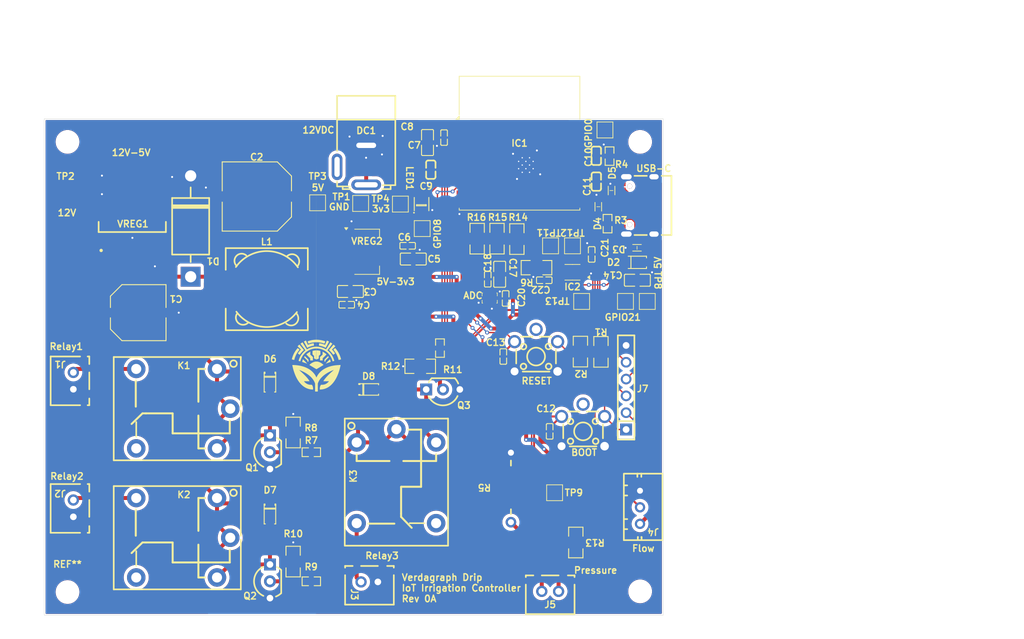
<source format=kicad_pcb>
(kicad_pcb (version 20241229) (generator "pcbnew") (generator_version "9.0")
  (layers (0 "F.Cu" signal) (2 "B.Cu" signal) (13 "F.Paste" user) (15 "B.Paste" user) (5 "F.SilkS" user "F.Silkscreen") (7 "B.SilkS" user "B.Silkscreen") (1 "F.Mask" user) (3 "B.Mask" user) (25 "Edge.Cuts" user))
  (net 0 "")
  (net 1 "GND")
  (net 2 "+12V")
  (net 3 "+5V")
  (net 4 "+3.3V")
  (net 5 "CHIP_PU")
  (net 6 "D+")
  (net 7 "D-")
  (net 8 "GPIO9")
  (net 9 "Net-(D1-K)")
  (net 10 "Net-(D2-A)")
  (net 11 "Net-(D6-A)")
  (net 12 "Net-(D7-A)")
  (net 13 "Net-(D8-A)")
  (net 15 "SDA")
  (net 16 "Relay2")
  (net 17 "Relay1")
  (net 18 "SCLK")
  (net 19 "RGB")
  (net 20 "Relay3")
  (net 21 "Flow Sensor Enable")
  (net 22 "Flow Sensor Data")
  (net 23 "Net-(IC2-B2)")
  (net 24 "Net-(IC2-B1)")
  (net 25 "Net-(IC2-A2)")
  (net 30 "Net-(Q1-B)")
  (net 31 "Net-(Q2-B)")
  (net 32 "Net-(Q3-B)")
  (net 33 "Net-(USBC1-CC1)")
  (net 34 "Net-(USBC1-CC2)")
  (net 37 "Net-(J1-Pin_1)")
  (net 38 "Net-(J2-Pin_1)")
  (net 39 "Net-(J3-Pin_1)")
  (net 40 "Net-(J5-Pin_2)")
  (net 41 "Net-(IC1-IO8)")
  (net 42 "IO21")
  (net 43 "Pressure Sensor Voltage")
  (net 44 "Net-(IC1-IO0)")
  (net 45 "ADC Alert")
  (footprint "TestPoint:TestPoint_Pad_2.0x2.0mm" (layer "F.Cu") (at 193.08 89.1)
    (property "Reference" "GPIO21")
    (property "Value" "~")
  )
  (footprint "easyeda2kicad:R1206" (layer "F.Cu") (at 179.645 84)
    (property "Reference" "R6")
    (property "Value" "10000")
  )
  (footprint "easyeda2kicad:CONN-TH_B2B-XH-A-LF-SN" (layer "F.Cu") (at 154.41 131.4725 180)
    (property "Reference" "J3")
    (property "Value" "Conn_01x02_Socket")
  )
  (footprint "TestPoint:TestPoint_Pad_2.0x2.0mm" (layer "F.Cu") (at 159.08 74.4)
    (property "Reference" "TP4")
    (property "Value" "TestPoint" (hide yes))
  )
  (footprint "easyeda2kicad:C0402" (layer "F.Cu") (at 187.98 82 -90)
    (property "Reference" "C21")
    (property "Value" "0.1uF")
  )
  (footprint "easyeda2kicad:TO-92-3_L4.8-W3.7-P2.54-R" (layer "F.Cu") (at 139.38 111.88 90)
    (property "Reference" "Q1")
    (property "Value" "BC337")
  )
  (footprint "easyeda2kicad:R0603" (layer "F.Cu") (at 190.38 77.35 -90)
    (property "Reference" "R3")
    (property "Value" "5100")
  )
  (footprint "easyeda2kicad:SW-TH_5P-L6.0-W6.0-P4.50-LS6.5" (layer "F.Cu") (at 179.58 96.5 180)
    (property "Reference" "SW2" (hide yes))
    (property "Value" "SW_Push" (hide yes))
  )
  (footprint "easyeda2kicad:SOD-123_L2.7-W1.6-LS3.7-RD" (layer "F.Cu") (at 194.88 83.2)
    (property "Reference" "D2")
    (property "Value" "1N5819")
  )
  (footprint "easyeda2kicad:CONN-TH_3P-P2.50_A2501WV2-3P" (layer "F.Cu") (at 195.28 120.2 90)
    (property "Reference" "J4")
    (property "Value" "Conn_01x03_Socket")
  )
  (footprint "easyeda2kicad:C0402" (layer "F.Cu") (at 181.63 108.73 -90)
    (property "Reference" "C12")
    (property "Value" "0.1uF")
  )
  (footprint "TestPoint:TestPoint_Pad_2.0x2.0mm" (layer "F.Cu") (at 162.38 78.1)
    (property "Reference" "GPIO8")
    (property "Value" "~")
  )
  (footprint "easyeda2kicad:IND-SMD_L12.3-W12.3" (layer "F.Cu") (at 138.9 87.25)
    (property "Reference" "L1")
    (property "Value" "330uH")
  )
  (footprint "easyeda2kicad:C0805" (layer "F.Cu") (at 163.18 65.1 90)
    (property "Reference" "C7")
    (property "Value" "10uF")
  )
  (footprint "easyeda2kicad:C0402" (layer "F.Cu") (at 174.98 88.65 90)
    (property "Reference" "C20")
    (property "Value" "0.1uF")
  )
  (footprint "easyeda2kicad:X2QFN-10_L2.0-W1.5-P0.50-TL_RUG0010B" (layer "F.Cu") (at 172.58 88.6 90)
    (property "Reference" "U1" (hide yes))
    (property "Value" "ADS1115IRUGT")
  )
  (footprint "easyeda2kicad:C0603" (layer "F.Cu") (at 188.68 67.1 90)
    (property "Reference" "C10")
    (property "Value" "22pF")
  )
  (footprint "easyeda2kicad:R1206" (layer "F.Cu") (at 176.68 79.68 -90)
    (property "Reference" "R14")
    (property "Value" "10000")
  )
  (footprint "easyeda2kicad:RES-TH_BD2.2-L6.5-P10.50-D0.6" (layer "F.Cu") (at 175.78 117.2 90)
    (property "Reference" "R5")
    (property "Value" "120")
  )
  (footprint "RF_Module:ESP32-C3-WROOM-02" (layer "F.Cu") (at 177.08 68.3)
    (property "Reference" "IC1")
    (property "Value" "ESP32-C3-WROOM-02-H4")
  )
  (footprint "Package_SO:VSSOP-8_2.3x2mm_P0.5mm" (layer "F.Cu") (at 185.08 84.7 180)
    (property "Reference" "IC2")
    (property "Value" "TXS0102DCU")
  )
  (footprint "MountingHole:MountingHole_3.2mm_M3" (layer "F.Cu") (at 108.8 133)
    (property "Reference" "REF**")
    (property "Value" "MountingHole_3.2mm_M3")
  )
  (footprint "TestPoint:TestPoint_Pad_2.0x2.0mm" (layer "F.Cu") (at 186.465 89.1 -90)
    (property "Reference" "TP13")
    (property "Value" "TestPoint" (hide yes))
  )
  (footprint "easyeda2kicad:SOD-523_L1.2-W0.8-LS1.6-BI" (layer "F.Cu") (at 190.98 72.35 -90)
    (property "Reference" "D5")
    (property "Value" "LESD5D5.0CT1G")
  )
  (footprint "easyeda2kicad:TO-92-3_L4.8-W3.7-P2.54-R" (layer "F.Cu") (at 165.52 102.4 180)
    (property "Reference" "Q3")
    (property "Value" "BC337")
  )
  (footprint "MountingHole:MountingHole_3.2mm_M3" (layer "F.Cu") (at 108.8 65)
    (property "Reference" "REF**" (hide yes))
    (property "Value" "MountingHole_3.2mm_M3")
  )
  (footprint "easyeda2kicad:RELAY-TH_SRD-XXVDC-XL-C" (layer "F.Cu") (at 126.28 124.8 180)
    (property "Reference" "K2")
    (property "Value" "SRD-12VDC-SL-C")
  )
  (footprint "TestPoint:TestPoint_Pad_2.0x2.0mm" (layer "F.Cu") (at 182.38 118)
    (property "Reference" "TP9")
    (property "Value" "TestPoint" (hide yes))
  )
  (footprint "easyeda2kicad:TO-92-3_L4.8-W3.7-P2.54-R" (layer "F.Cu") (at 139.38 131.38 90)
    (property "Reference" "Q2")
    (property "Value" "BC337")
  )
  (footprint "TestPoint:TestPoint_Pad_2.0x2.0mm" (layer "F.Cu") (at 109.28 72.6)
    (property "Reference" "TP2")
    (property "Value" "~" (hide yes))
  )
  (footprint "easyeda2kicad:R1206" (layer "F.Cu") (at 189.38 96.72 -90)
    (property "Reference" "R2")
    (property "Value" "10000")
  )
  (footprint "easyeda2kicad:C0402" (layer "F.Cu") (at 172.28 85.75 90)
    (property "Reference" "C18")
    (property "Value" "0.1uF")
  )
  (footprint "easyeda2kicad:C0402" (layer "F.Cu") (at 160.18 80.7)
    (property "Reference" "C6")
    (property "Value" "0.1uF")
  )
  (footprint "easyeda2kicad:R1206" (layer "F.Cu") (at 142.88 128.4 90)
    (property "Reference" "R10")
    (property "Value" "10000")
  )
  (footprint "easyeda2kicad:TO-263-5_L10.2-W8.9-P1.70-TL" (layer "F.Cu") (at 118.58 76.76 90)
    (property "Reference" "VREG1")
    (property "Value" "LM2575T-5.0")
  )
  (footprint "MountingHole:MountingHole_3.2mm_M3" (layer "F.Cu") (at 195.3 65)
    (property "Reference" "REF**" (hide yes))
    (property "Value" "MountingHole_3.2mm_M3")
  )
  (footprint "TestPoint:TestPoint_Pad_2.0x2.0mm" (layer "F.Cu") (at 153.08 74.3)
    (property "Reference" "TP1")
    (property "Value" "~" (hide yes))
  )
  (footprint "easyeda2kicad:USB-C_SMD-TYPE-C-31-M-12" (layer "F.Cu") (at 194.9275 74.6 90)
    (property "Reference" "USBC1" (hide yes))
    (property "Value" "TYPE-C-31-M-12")
  )
  (footprint "easyeda2kicad:SOD-523_L1.2-W0.8-LS1.6-BI" (layer "F.Cu") (at 188.98 74.8 90)
    (property "Reference" "D4")
    (property "Value" "LESD5D5.0CT1G")
  )
  (footprint "easyeda2kicad:SOD-523_L1.2-W0.8-LS1.6-BI" (layer "F.Cu") (at 194.83 81)
    (property "Reference" "D3")
    (property "Value" "LESD5D5.0CT1G")
  )
  (footprint "easyeda2kicad:SOD-123_L2.8-W1.8-LS3.7-RD" (layer "F.Cu") (at 139.38 121.3 -90)
    (property "Reference" "D7")
    (property "Value" "1N4148W")
  )
  (footprint "easyeda2kicad:C0805" (layer "F.Cu") (at 161.03 82.7)
    (property "Reference" "C5")
    (property "Value" "10uF")
  )
  (footprint "easyeda2kicad:R0603" (layer "F.Cu") (at 145.63 111.88 180)
    (property "Reference" "R7")
    (property "Value" "1000")
  )
  (footprint "easyeda2kicad:HDR-TH_6P-P2.54-V-F" (layer "F.Cu") (at 193.18 102.1 90)
    (property "Reference" "J7")
    (property "Value" "Conn_01x06_Socket")
  )
  (footprint "easyeda2kicad:CAP-SMD_BD10.0-L10.3-W10.3-FD" (layer "F.Cu") (at 137.4 73.25 180)
    (property "Reference" "C2")
    (property "Value" "330uF")
  )
  (footprint "easyeda2kicad:R0603" (layer "F.Cu") (at 190.68 67.15 90)
    (property "Reference" "R4")
    (property "Value" "5100")
  )
  (footprint "easyeda2kicad:SW-TH_5P-L6.0-W6.0-P4.50-LS6.5" (layer "F.Cu") (at 186.68 107.8 180)
    (property "Reference" "SW1" (hide yes))
    (property "Value" "SW_Push" (hide yes))
  )
  (footprint "Drip:logo_small" (layer "F.Cu") (at 146.4 98.8)
    (property "Reference" "G***" (hide yes))
    (property "Value" "LOGO" (hide yes))
  )
  (footprint "easyeda2kicad:R0603" (layer "F.Cu") (at 145.63 131.38 180)
    (property "Reference" "R9")
    (property "Value" "1000")
  )
  (footprint "TestPoint:TestPoint_Pad_2.0x2.0mm" (layer "F.Cu") (at 189.98 63.2)
    (property "Reference" "GPIO0")
    (property "Value" "~")
  )
  (footprint "easyeda2kicad:LED-SMD_4P-L2.0-W2.0-TL_WS2812B-2020" (layer "F.Cu") (at 162.28 74.4 90)
    (property "Reference" "LED1")
    (property "Value" "WS2812B-2020" (hide yes))
  )
  (footprint "easyeda2kicad:C0402" (layer "F.Cu") (at 165.68 64.35 90)
    (property "Reference" "C8")
    (property "Value" "0.1uF")
  )
  (footprint "easyeda2kicad:C0402" (layer "F.Cu") (at 180.815 85.9 180)
    (property "Reference" "C22")
    (property "Value" "0.1uF")
  )
  (footprint "TestPoint:TestPoint_Pad_2.0x2.0mm" (layer "F.Cu") (at 146.58 74.2)
    (property "Reference" "TP3")
    (property "Value" "TestPoint" (hide yes))
  )
  (footprint "easyeda2kicad:C0805" (layer "F.Cu") (at 151.53 87.6)
    (property "Reference" "C3")
    (property "Value" "10uF")
  )
  (footprint "MountingHole:MountingHole_3.2mm_M3" (layer "F.Cu") (at 195.3 132.9)
    (property "Reference" "REF**" (hide yes))
    (property "Value" "MountingHole_3.2mm_M3")
  )
  (footprint "easyeda2kicad:R1206" (layer "F.Cu") (at 142.88 108.9 90)
    (property "Reference" "R8")
    (property "Value" "10000")
  )
  (footprint "TestPoint:TestPoint_Pad_2.0x2.0mm" (layer "F.Cu") (at 181.765 80.7 -90)
    (property "Reference" "TP11")
    (property "Value" "TestPoint" (hide yes))
  )
  (footprint "easyeda2kicad:C0805" (layer "F.Cu") (at 194.88 85.9)
    (property "Reference" "C14")
    (property "Value" "10uF")
  )
  (footprint "easyeda2kicad:R1206" (layer "F.Cu") (at 173.68 79.62 -90)
    (property "Reference" "R15")
    (property "Value" "10000")
  )
  (footprint "easyeda2kicad:CAP-SMD_BD8.0-L8.3-W8.3-FD" (layer "F.Cu") (at 119.48 90.8)
    (property "Reference" "C1")
    (property "Value" "100uF")
  )
  (footprint "TestPoint:TestPoint_Pad_2.0x2.0mm" (layer "F.Cu") (at 185.08 80.7 -90)
    (property "Reference" "TP12")
    (property "Value" "TestPoint" (hide yes))
  )
  (footprint "easyeda2kicad:R1206" (layer "F.Cu") (at 162.08 98.9 180)
    (property "Reference" "R12")
    (property "Value" "10000")
  )
  (footprint "easyeda2kicad:DC-IN-TH_EJ508A" (layer "F.Cu") (at 151.7175 68.5025 180)
    (property "Reference" "DC1")
    (property "Value" "EJ508A")
  )
  (footprint "easyeda2kicad:C0603" (layer "F.Cu") (at 163.68 69.2 90)
    (property "Reference" "C9")
    (property "Value" "1uF" (hide yes))
  )
  (footprint "easyeda2kicad:SOD-123_L2.8-W1.8-LS3.7-RD" (layer "F.Cu") (at 139.38 101.38 -90)
    (property "Reference" "D6")
    (property "Value" "1N4148W")
  )
  (footprint "easyeda2kicad:R1206" (layer "F.Cu") (at 170.68 79.62 -90)
    (property "Reference" "R16")
    (property "Value" "10000")
  )
  (footprint "Package_TO_SOT_SMD:SOT-223-3_TabPin2" (layer "F.Cu") (at 154.03 81.6)
    (property "Reference" "VREG2")
    (property "Value" "AMS1117")
  )
  (footprint "easyeda2kicad:CONN-TH_B2B-XH-A-LF-SN" (layer "F.Cu") (at 181.71 132.9 180)
    (property "Reference" "J5")
    (property "Value" "Conn_01x02_Socket")
  )
  (footprint "easyeda2kicad:R1206" (layer "F.Cu") (at 186.28 96.68 -90)
    (property "Reference" "R1")
    (property "Value" "10000")
  )
  (footprint "easyeda2kicad:C0402" (layer "F.Cu") (at 150.98 89.6)
    (property "Reference" "C4")
    (property "Value" "0.1uF")
  )
  (footprint "easyeda2kicad:C0805" (layer "F.Cu") (at 174.08 85 90)
    (property "Reference" "C17")
    (property "Value" "10uF")
  )
  (footprint "easyeda2kicad:C0402" (layer "F.Cu") (at 174.63 97.42 -90)
    (property "Reference" "C13")
    (property "Value" "0.1uF")
  )
  (footprint "TestPoint:TestPoint_Pad_2.0x2.0mm" (layer "F.Cu") (at 196.38 89.1 90)
    (property "Reference" "TP8")
    (property "Value" "TestPoint" (hide yes))
  )
  (footprint "easyeda2kicad:SOD-123_L2.8-W1.8-LS3.7-RD" (layer "F.Cu") (at 154.38 102.4)
    (property "Reference" "D8")
    (property "Value" "1N4148W")
  )
  (footprint "easyeda2kicad:R0603" (layer "F.Cu") (at 165.06 96.15 -90)
    (property "Reference" "R11")
    (property "Value" "1000")
  )
  (footprint "easyeda2kicad:CONN-TH_B2B-XH-A-LF-SN" (layer "F.Cu") (at 109.68 101.1 90)
    (property "Reference" "J1")
    (property "Value" "Conn_01x02_Socket")
  )
  (footprint "easyeda2kicad:RELAY-TH_SRD-XXVDC-XL-C" (layer "F.Cu") (at 158.48 115.5 -90)
    (property "Reference" "K3")
    (property "Value" "SRD-12VDC-SL-C")
  )
  (footprint "easyeda2kicad:R1206" (layer "F.Cu") (at 185.58 125.52 -90)
    (property "Reference" "R13")
    (property "Value" "10000")
  )
  (footprint "easyeda2kicad:DO-201AD_BD5.3-L8.4-P12.50-D1.4-FD" (layer "F.Cu") (at 127.4 77.75 90)
    (property "Reference" "D1")
    (property "Value" "1N5822")
  )
  (footprint "easyeda2kicad:RELAY-TH_SRD-XXVDC-XL-C" (layer "F.Cu") (at 126.28 105.3 180)
    (property "Reference" "K1")
    (property "Value" "SRD-12VDC-SL-C")
  )
  (footprint "easyeda2kicad:CONN-TH_B2B-XH-A-LF-SN" (layer "F.Cu") (at 109.68 120.37 90)
    (property "Reference" "J2")
    (property "Value" "Conn_01x02_Socket")
  )
  (footprint "easyeda2kicad:C0603" (layer "F.Cu") (at 188.68 71 -90)
    (property "Reference" "C11")
    (property "Value" "22pF")
  )
  (gr_rect (start 105.28 61.5) (end 198.78 136.5) (stroke (width 0.05)) (fill no) (layer "Edge.Cuts"))
  (gr_text "BOOT" (at 184.78 112.5 0) (layer "F.SilkS") (effects (font (size 1 1) (thickness 0.2)) (justify left bottom)))
  (gr_text "5V" (at 145.58 72.5 0) (layer "F.SilkS") (effects (font (size 1 1) (thickness 0.2)) (justify left bottom)))
  (gr_text "Verdagraph Drip\nIoT Irrigation Controller\nRev 0A" (at 159.18 134.6 0) (layer "F.SilkS") (effects (font (size 1 1) (thickness 0.2)) (justify left bottom)))
  (gr_text "12VDC" (at 144.18 63.8 0) (layer "F.SilkS") (effects (font (size 1 1) (thickness 0.2)) (justify left bottom)))
  (gr_text "ADC" (at 168.48 88.8 0) (layer "F.SilkS") (effects (font (size 1 1) (thickness 0.2)) (justify left bottom)))
  (gr_text "RESET" (at 177.28 101.7 0) (layer "F.SilkS") (effects (font (size 1 1) (thickness 0.2)) (justify left bottom)))
  (gr_text "5V" (at 198.58 84.3 90) (layer "F.SilkS") (effects (font (size 1 1) (thickness 0.2)) (justify left bottom)))
  (gr_text "Relay3" (at 153.68 128.1 0) (layer "F.SilkS") (effects (font (size 1 1) (thickness 0.2)) (justify left bottom)))
  (gr_text "5V-3v3" (at 155.38 86.7 0) (layer "F.SilkS") (effects (font (size 1 1) (thickness 0.2)) (justify left bottom)))
  (gr_text "3v3" (at 154.68 75.7 0) (layer "F.SilkS") (effects (font (size 1 1) (thickness 0.2)) (justify left bottom)))
  (gr_text "Pressure" (at 185.2 130.3 0) (layer "F.SilkS") (effects (font (size 1 1) (thickness 0.2)) (justify left bottom)))
  (gr_text "USB-C" (at 194.6 69.6 0) (layer "F.SilkS") (effects (font (size 1 1) (thickness 0.2)) (justify left bottom)))
  (gr_text "12V-5V" (at 115.38 67.2 0) (layer "F.SilkS") (effects (font (size 1 1) (thickness 0.2)) (justify left bottom)))
  (gr_text "Flow" (at 193.98 127 0) (layer "F.SilkS") (effects (font (size 1 1) (thickness 0.2)) (justify left bottom)))
  (gr_text "GND" (at 148.18 75.4 0) (layer "F.SilkS") (effects (font (size 1 1) (thickness 0.2)) (justify left bottom)))
  (gr_text "Relay1" (at 105.98 96.5 0) (layer "F.SilkS") (effects (font (size 1 1) (thickness 0.2)) (justify left bottom)))
  (gr_text "12V" (at 107.2 76.3 0) (layer "F.SilkS") (effects (font (size 1 1) (thickness 0.2)) (justify left bottom)))
  (gr_text "Relay2" (at 106.08 116.1 0) (layer "F.SilkS") (effects (font (size 1 1) (thickness 0.2)) (justify left bottom)))
  (segment (start 152.7225 65.5225) (end 151.4 64.2) (width 0.6) (layer "F.Cu") (net 1))
  (segment (start 176.94 67.95) (end 177.49 67.95) (width 0.6) (layer "F.Cu") (net 1))
  (segment (start 151.73 89.6) (end 152.43 88.9) (width 0.6) (layer "F.Cu") (net 1))
  (segment (start 179.14 69.05) (end 179.63 69.05) (width 0.6) (layer "F.Cu") (net 1))
  (segment (start 168.33 75.57) (end 168 75.9) (width 0.6) (layer "F.Cu") (net 1))
  (segment (start 178.59 69.6) (end 178.59 70.09) (width 0.6) (layer "F.Cu") (net 1))
  (segment (start 190.38 78.1) (end 191.28 78.1) (width 0.2) (layer "F.Cu") (net 1))
  (segment (start 176.94 67.95) (end 176.94 67.64) (width 0.6) (layer "F.Cu") (net 1))
  (segment (start 177.49 68.5) (end 178.04 67.95) (width 0.6) (layer "F.Cu") (net 1))
  (segment (start 192.4575 71.25) (end 192.43 71.25) (width 0.6) (layer "F.Cu") (net 1))
  (segment (start 180.265 85.9) (end 179.665 85.9) (width 0.3) (layer "F.Cu") (net 1))
  (segment (start 177.49 67.4) (end 177.49 66.99) (width 0.6) (layer "F.Cu") (net 1))
  (segment (start 152.53 87.6) (end 152.53 88.8) (width 0.6) (layer "F.Cu") (net 1))
  (segment (start 189.9 78.1) (end 189 77.2) (width 0.2) (layer "F.Cu") (net 1))
  (segment (start 118.58 79.52) (end 118.6 79.5) (width 0.6) (layer "F.Cu") (net 1))
  (segment (start 187.807012 84.95) (end 187.88 84.877012) (width 0.2) (layer "F.Cu") (net 1))
  (segment (start 115.15 71.75) (end 114 72.9) (width 0.6) (layer "F.Cu") (net 1))
  (segment (start 178.59 70.09) (end 178.08 70.6) (width 0.6) (layer "F.Cu") (net 1))
  (segment (start 142.88 107.42) (end 142.88 106.12) (width 0.6) (layer "F.Cu") (net 1))
  (segment (start 162.03 82.7) (end 162.03 81.33) (width 0.6) (layer "F.Cu") (net 1))
  (segment (start 124.77 70.13) (end 124.6 70.3) (width 0.6) (layer "F.Cu") (net 1))
  (segment (start 191.28 78.1) (end 191.78 78.6) (width 0.2) (layer "F.Cu") (net 1))
  (segment (start 172.28 84.42) (end 172.7 84) (width 0.6) (layer "F.Cu") (net 1))
  (segment (start 153.9175 65.5225) (end 154.9775 65.5225) (width 0.6) (layer "F.Cu") (net 1))
  (segment (start 178.59 66.91) (end 178.34 66.66) (width 0.6) (layer "F.Cu") (net 1))
  (segment (start 194.08 81) (end 193.1 81) (width 0.6) (layer "F.Cu") (net 1))
  (segment (start 178.34 66.66) (end 178.08 66.4) (width 0.6) (layer "F.Cu") (net 1))
  (segment (start 161.4 80.7) (end 162 81.3) (width 0.6) (layer "F.Cu") (net 1))
  (segment (start 188.98 75.55) (end 188.98 77.18) (width 0.2) (layer "F.Cu") (net 1))
  (segment (start 127.93 70.13) (end 129.7 71.9) (width 0.6) (layer "F.Cu") (net 1))
  (segment (start 176.23 67.95) (end 175.78 68.4) (width 0.6) (layer "F.Cu") (net 1))
  (segment (start 121.98 83.78) (end 122 83.8) (width 0.6) (layer "F.Cu") (net 1))
  (segment (start 150.88 77.82) (end 151.7 77) (width 0.6) (layer "F.Cu") (net 1))
  (segment (start 190.38 78.1) (end 189.9 78.1) (width 0.2) (layer "F.Cu") (net 1))
  (segment (start 121.98 81.77) (end 121.98 83.78) (width 0.6) (layer "F.Cu") (net 1))
  (segment (start 154.9775 65.5225) (end 156.4 64.1) (width 0.6) (layer "F.Cu") (net 1))
  (segment (start 176.94 67.64) (end 176.1 66.8) (width 0.6) (layer "F.Cu") (net 1))
  (segment (start 174.6 88.1) (end 174.1 87.6) (width 0.3) (layer "F.Cu") (net 1))
  (segment (start 188.68 66.4) (end 188.8 66.4) (width 0.2) (layer "F.Cu") (net 1))
  (segment (start 178.6 67.4) (end 179.7 66.3) (width 0.6) (layer "F.Cu") (net 1))
  (segment (start 174.98 88.1) (end 174.6 88.1) (width 0.3) (layer "F.Cu") (net 1))
  (segment (start 160.6 98.9) (end 159.5 98.9) (width 0.6) (layer "F.Cu") (net 1))
  (segment (start 118.9 71.75) (end 115.65 71.75) (width 0.6) (layer "F.Cu") (net 1))
  (segment (start 176.94 69.05) (end 176.43 69.05) (width 0.6) (layer "F.Cu") (net 1))
  (segment (start 153.08 74.3) (end 153.08 75.62) (width 0.6) (layer "F.Cu") (net 1))
  (segment (start 123.15 71.75) (end 124.6 70.3) (width 0.6) (layer "F.Cu") (net 1))
  (segment (start 170.95 89.25) (end 170.9 89.3) (width 0.2) (layer "F.Cu") (net 1))
  (segment (start 164.1 66.1) (end 164.6 65.6) (width 0.6) (layer "F.Cu") (net 1))
  (segment (start 177.49 69.6) (end 177.49 69.81) (width 0.6) (layer "F.Cu") (net 1))
  (segment (start 177.49 66.99) (end 178.08 66.4) (width 0.6) (layer "F.Cu") (net 1))
  (segment (start 162.03 81.33) (end 162 81.3) (width 0.6) (layer "F.Cu") (net 1))
  (segment (start 163.68 70.72) (end 163.2 71.2) (width 0.6) (layer "F.Cu") (net 1))
  (segment (start 177.49 67.4) (end 177.49 67.95) (width 0.6) (layer "F.Cu") (net 1))
  (segment (start 160.73 80.7) (end 161.4 80.7) (width 0.6) (layer "F.Cu") (net 1))
  (segment (start 177.49 67.95) (end 178.04 68.5) (width 0.6) (layer "F.Cu") (net 1))
  (segment (start 193.2175 78.93) (end 192.11 78.93) (width 0.6) (layer "F.Cu") (net 1))
  (segment (start 142.88 126.92) (end 142.88 125.52) (width 0.6) (layer "F.Cu") (net 1))
  (segment (start 177.49 69.6) (end 176.94 69.05) (width 0.6) (layer "F.Cu") (net 1))
  (segment (start 153.9175 65.5225) (end 152.7225 65.5225) (width 0.6) (layer "F.Cu") (net 1))
  (segment (start 132.9 73.25) (end 131.05 73.25) (width 0.6) (layer "F.Cu") (net 1))
  (segment (start 188.98 77.18) (end 189 77.2) (width 0.2) (layer "F.Cu") (net 1))
  (segment (start 115.65 71.75) (end 114 70.1) (width 0.6) (layer "F.Cu") (net 1))
  (segment (start 176.43 69.05) (end 175.78 68.4) (width 0.6) (layer "F.Cu") (net 1))
  (segment (start 153.9175 67.3825) (end 153.9 67.4) (width 0.6) (layer "F.Cu") (net 1))
  (segment (start 163.88 75.32) (end 163.9 75.3) (width 0.6) (layer "F.Cu") (net 1))
  (segment (start 154.9225 65.5225) (end 156.3 66.9) (width 0.6) (layer "F.Cu") (net 1))
  (segment (start 192.43 71.25) (end 191.78 70.6) (width 0.6) (layer "F.Cu") (net 1))
  (segment (start 178.59 67.4) (end 178.59 66.91) (width 0.6) (layer "F.Cu") (net 1))
  (segment (start 178.04 69.05) (end 177.49 68.5) (width 0.6) (layer "F.Cu") (net 1))
  (segment (start 172.28 85.2) (end 172.28 84.42) (width 0.6) (layer "F.Cu") (net 1))
  (segment (start 177.49 68.5) (end 176.94 69.05) (width 0.6) (layer "F.Cu") (net 1))
  (segment (start 171.83 89.25) (end 170.95 89.25) (width 0.2) (layer "F.Cu") (net 1))
  (segment (start 127.4 70.13) (end 124.77 70.13) (width 0.6) (layer "F.Cu") (net 1))
  (segment (start 179.14 69.05) (end 179.35 69.05) (width 0.6) (layer "F.Cu") (net 1))
  (segment (start 179.665 85.9) (end 179.165 85.4) (width 0.3) (layer "F.Cu") (net 1))
  (segment (start 183.43 110.97) (end 183.32 110.97) (width 0.3) (layer "F.Cu") (net 1))
  (segment (start 180.09 68.41) (end 180.18 68.5) (width 0.6) (layer "F.Cu") (net 1))
  (segment (start 153.9175 65.5225) (end 153.9175 67.3825) (width 0.6) (layer "F.Cu") (net 1))
  (segment (start 178.04 67.95) (end 178.59 67.4) (width 0.6) (layer "F.Cu") (net 1))
  (segment (start 176.94 67.95) (end 176.23 67.95) (width 0.6) (layer "F.Cu") (net 1))
  (segment (start 177.49 70.01) (end 178.08 70.6) (width 0.6) (layer "F.Cu") (net 1))
  (segment (start 151.53 89.6) (end 151.73 89.6) (width 0.6) (layer "F.Cu") (net 1))
  (segment (start 162.83 75.32) (end 163.88 75.32) (width 0.6) (layer "F.Cu") (net 1))
  (segment (start 153.08 75.62) (end 151.7 77) (width 0.6) (layer "F.Cu") (net 1))
  (segment (start 192.43 77.95) (end 191.78 78.6) (width 0.6) (layer "F.Cu") (net 1))
  (segment (start 122.05 81.7) (end 121.98 81.77) (width 0.6) (layer "F.Cu") (net 1))
  (segment (start 179.14 69.05) (end 178.59 69.05) (width 0.6) (layer "F.Cu") (net 1))
  (segment (start 118.9 71.75) (end 123.15 71.75) (width 0.6) (layer "F.Cu") (net 1))
  (segment (start 183.32 110.97) (end 181.63 109.28) (width 0.3) (layer "F.Cu") (net 1))
  (segment (start 176.33 99.67) (end 174.63 97.97) (width 0.3) (layer "F.Cu") (net 1))
  (segment (start 188.8 66.4) (end 189.8 65.4) (width 0.2) (layer "F.Cu") (net 1))
  (segment (start 165.68 64.9) (end 165.3 64.9) (width 0.6) (layer "F.Cu") (net 1))
  (segment (start 192.11 70.27) (end 191.78 70.6) (width 0.6) (layer "F.Cu") (net 1))
  (segment (start 195.9 85.9) (end 197.1 84.7) (width 0.6) (layer "F.Cu") (net 1))
  (segment (start 163.68 69.9) (end 163.68 70.72) (width 0.6) (layer "F.Cu") (net 1))
  (segment (start 193.2175 70.27) (end 192.11 70.27) (width 0.6) (layer "F.Cu") (net 1))
  (segment (start 190.68 66.4) (end 190.68 66.28) (width 0.2) (layer "F.Cu") (net 1))
  (segment (start 190.98 71.498471) (end 190.805 71.323471) (width 0.2) (layer "F.Cu") (net 1))
  (segment (start 190.98 71.6) (end 190.98 71.498471) (width 0.2) (layer "F.Cu") (net 1))
  (segment (start 163.18 66.1) (end 164.1 66.1) (width 0.6) (layer "F.Cu") (net 1))
  (segment (start 179.35 69.05) (end 180.2 69.9) (width 0.6) (layer "F.Cu") (net 1))
  (segment (start 127.4 70.13) (end 127.93 70.13) (width 0.6) (layer "F.Cu") (net 1))
  (segment (start 188.68 72.98) (end 188.7 73) (width 0.2) (layer "F.Cu") (net 1))
  (segment (start 188.68 71.7) (end 188.68 72.98) (width 0.2) (layer "F.Cu") (net 1))
  (segment (start 122.75 90.8) (end 125.6 90.8) (width 0.6) (layer "F.Cu") (net 1))
  (segment (start 174.08 84) (end 172.7 84) (width 0.6) (layer "F.Cu") (net 1))
  (segment (start 186.48 84.95) (end 187.807012 84.95) (width 0.2) (layer "F.Cu") (net 1))
  (segment (start 179.63 67.95) (end 180.09 68.41) (width 0.6) (layer "F.Cu") (net 1))
  (segment (start 190.68 66.28) (end 189.8 65.4) (width 0.2) (layer "F.Cu") (net 1))
  (segment (start 178.34 66.66) (end 180.09 68.41) (width 0.6) (layer "F.Cu") (net 1))
  (segment (start 172.83 89.25) (end 172.83 90.13) (width 0.2) (layer "F.Cu") (net 1))
  (segment (start 178.04 67.95) (end 178.59 68.5) (width 0.6) (layer "F.Cu") (net 1))
  (segment (start 195.88 85.9) (end 195.9 85.9) (width 0.6) (layer "F.Cu") (net 1))
  (segment (start 153.9175 65.5225) (end 154.9225 65.5225) (width 0.6) (layer "F.Cu") (net 1))
  (segment (start 177.49 69.6) (end 177.49 70.01) (width 0.6) (layer "F.Cu") (net 1))
  (segment (start 178.165 84.4) (end 179.165 85.4) (width 0.3) (layer "F.Cu") (net 1))
  (segment (start 179.14 67.95) (end 179.63 67.95) (width 0.6) (layer "F.Cu") (net 1))
  (segment (start 142.88 106.12) (end 142.9 106.1) (width 0.6) (layer "F.Cu") (net 1))
  (segment (start 178.59 68.5) (end 179.14 67.95) (width 0.6) (layer "F.Cu") (net 1))
  (segment (start 178.59 67.4) (end 178.6 67.4) (width 0.6) (layer "F.Cu") (net 1))
  (segment (start 152.53 88.8) (end 152.43 88.9) (width 0.6) (layer "F.Cu") (net 1))
  (segment (start 178.04 67.95) (end 177.49 67.4) (width 0.6) (layer "F.Cu") (net 1))
  (segment (start 118.4 81.59) (end 118.58 81.77) (width 0.6) (layer "F.Cu") (net 1))
  (segment (start 177.49 69.81) (end 176.7 70.6) (width 0.6) (layer "F.Cu") (net 1))
  (segment (start 118.58 81.77) (end 118.58 79.52) (width 0.6) (layer "F.Cu") (net 1))
  (segment (start 168.33 74.3) (end 168.33 75.57) (width 0.6) (layer "F.Cu") (net 1))
  (segment (start 178.59 68.5) (end 178.04 69.05) (width 0.6) (layer "F.Cu") (net 1))
  (segment (start 187.98 81.45) (end 187.98 80.98) (width 0.6) (layer "F.Cu") (net 1))
  (segment (start 178.04 69.05) (end 178.59 69.6) (width 0.6) (layer "F.Cu") (net 1))
  (segment (start 179.63 69.05) (end 180.18 68.5) (width 0.6) (layer "F.Cu") (net 1))
  (segment (start 118.9 71.75) (end 115.15 71.75) (width 0.6) (layer "F.Cu") (net 1))
  (segment (start 165.3 64.9) (end 164.6 65.6) (width 0.6) (layer "F.Cu") (net 1))
  (segment (start 192.11 78.93) (end 191.78 78.6) (width 0.6) (layer "F.Cu") (net 1))
  (segment (start 178.59 69.05) (end 178.04 68.5) (width 0.6) (layer "F.Cu") (net 1))
  (segment (start 131.05 73.25) (end 129.7 71.9) (width 0.6) (layer "F.Cu") (net 1))
  (segment (start 192.4575 77.95) (end 192.43 77.95) (width 0.6) (layer "F.Cu") (net 1))
  (segment (start 172.83 90.13) (end 172.9 90.2) (width 0.2) (layer "F.Cu") (net 1))
  (segment (start 142.88 125.52) (end 142.9 125.5) (width 0.6) (layer "F.Cu") (net 1))
  (segment (start 187.98 80.98) (end 187.3 80.3) (width 0.6) (layer "F.Cu") (net 1))
  (segment (start 178.165 84) (end 178.165 84.4) (width 0.3) (layer "F.Cu") (net 1))
  (segment (start 150.88 79.3) (end 150.88 77.82) (width 0.6) (layer "F.Cu") (net 1))
  (via (at 153.9 67.4) (size 0.6) (drill 0.3) (layers "F.Cu" "B.Cu") (net 1))
  (via (at 151.4 64.2) (size 0.6) (drill 0.3) (layers "F.Cu" "B.Cu") (net 1))
  (via (at 180.2 69.9) (size 0.6) (drill 0.3) (layers "F.Cu" "B.Cu") (net 1))
  (via (at 189.8 65.4) (size 0.6) (drill 0.3) (layers "F.Cu" "B.Cu") (net 1))
  (via (at 168 75.9) (size 0.6) (drill 0.3) (layers "F.Cu" "B.Cu") (net 1))
  (via (at 162 81.3) (size 0.6) (drill 0.3) (layers "F.Cu" "B.Cu") (net 1))
  (via (at 156.4 64.1) (size 0.6) (drill 0.3) (layers "F.Cu" "B.Cu") (net 1))
  (via (at 122 83.8) (size 0.6) (drill 0.3) (layers "F.Cu" "B.Cu") (net 1))
  (via (at 170.9 89.3) (size 0.6) (drill 0.3) (layers "F.Cu" "B.Cu") (net 1))
  (via (at 176.7 70.6) (size 0.6) (drill 0.3) (layers "F.Cu" "B.Cu") (net 1))
  (via (at 172.7 84) (size 0.6) (drill 0.3) (layers "F.Cu" "B.Cu") (net 1))
  (via (at 142.9 125.5) (size 0.6) (drill 0.3) (layers "F.Cu" "B.Cu") (net 1))
  (via (at 176.1 66.8) (size 0.6) (drill 0.3) (layers "F.Cu" "B.Cu") (net 1))
  (via (at 125.6 90.8) (size 0.6) (drill 0.3) (layers "F.Cu" "B.Cu") (net 1))
  (via (at 179.165 85.4) (size 0.6) (drill 0.3) (layers "F.Cu" "B.Cu") (net 1))
  (via (at 190.805 71.323471) (size 0.6) (drill 0.3) (layers "F.Cu" "B.Cu") (net 1))
  (via (at 187.88 84.877012) (size 0.6) (drill 0.3) (layers "F.Cu" "B.Cu") (net 1))
  (via (at 172.9 90.2) (size 0.6) (drill 0.3) (layers "F.Cu" "B.Cu") (net 1))
  (via (at 156.3 66.9) (size 0.6) (drill 0.3) (layers "F.Cu" "B.Cu") (net 1))
  (via (at 174.1 87.6) (size 0.6) (drill 0.3) (layers "F.Cu" "B.Cu") (net 1))
  (via (at 179.7 66.3) (size 0.6) (drill 0.3) (layers "F.Cu" "B.Cu") (net 1))
  (via (at 187.3 80.3) (size 0.6) (drill 0.3) (layers "F.Cu" "B.Cu") (net 1))
  (via (at 197.1 84.7) (size 0.6) (drill 0.3) (layers "F.Cu" "B.Cu") (net 1))
  (via (at 114 70.1) (size 0.6) (drill 0.3) (layers "F.Cu" "B.Cu") (net 1))
  (via (at 124.6 70.3) (size 0.6) (drill 0.3) (layers "F.Cu" "B.Cu") (net 1))
  (via (at 163.2 71.2) (size 0.6) (drill 0.3) (layers "F.Cu" "B.Cu") (net 1))
  (via (at 159.5 98.9) (size 0.6) (drill 0.3) (layers "F.Cu" "B.Cu") (net 1))
  (via (at 152.43 88.9) (size 0.6) (drill 0.3) (layers "F.Cu" "B.Cu") (net 1))
  (via (at 118.6 79.5) (size 0.6) (drill 0.3) (layers "F.Cu" "B.Cu") (net 1))
  (via (at 188.7 73) (size 0.6) (drill 0.3) (layers "F.Cu" "B.Cu") (net 1))
  (via (at 114 72.9) (size 0.6) (drill 0.3) (layers "F.Cu" "B.Cu") (net 1))
  (via (at 193.1 81) (size 0.6) (drill 0.3) (layers "F.Cu" "B.Cu") (net 1))
  (via (at 151.7 77) (size 0.6) (drill 0.3) (layers "F.Cu" "B.Cu") (net 1))
  (via (at 142.9 106.1) (size 0.6) (drill 0.3) (layers "F.Cu" "B.Cu") (net 1))
  (via (at 163.9 75.3) (size 0.6) (drill 0.3) (layers "F.Cu" "B.Cu") (net 1))
  (via (at 129.7 71.9) (size 0.6) (drill 0.3) (layers "F.Cu" "B.Cu") (net 1))
  (via (at 189 77.2) (size 0.6) (drill 0.3) (layers "F.Cu" "B.Cu") (net 1))
  (via (at 164.6 65.6) (size 0.6) (drill 0.3) (layers "F.Cu" "B.Cu") (net 1))
  (segment (start 180.44 130.36) (end 180.44 132.9) (width 0.6) (layer "F.Cu") (net 2))
  (segment (start 128.48 129.7) (end 128.48 133.4) (width 0.6) (layer "F.Cu") (net 2))
  (segment (start 115.18 81.77) (end 115.18 89.77) (width 0.6) (layer "F.Cu") (net 2))
  (segment (start 145.78 135.5) (end 149.98 131.3) (width 0.6) (layer "F.Cu") (net 2))
  (segment (start 153.9175 69.2375) (end 149.88 65.2) (width 0.6) (layer "F.Cu") (net 2))
  (segment (start 111.88 67.5) (end 111.88 75.9) (width 0.6) (layer "F.Cu") (net 2))
  (segment (start 139.38 99.69) (end 131.77 99.69) (width 0.6) (layer "F.Cu") (net 2))
  (segment (start 131.38 99.3) (end 131.38 103.3) (width 0.6) (layer "F.Cu") (net 2))
  (segment (start 111.88 78.47) (end 115.18 81.77) (width 0.6) (layer "F.Cu") (net 2))
  (segment (start 127.38 114.8) (end 131.38 118.8) (width 0.6) (layer "F.Cu") (net 2))
  (segment (start 131.77 99.69) (end 131.38 99.3) (width 0.6) (layer "F.Cu") (net 2))
  (segment (start 153.9175 71.4825) (end 153.9175 69.2375) (width 0.6) (layer "F.Cu") (net 2))
  (segment (start 152.69 102.4) (end 152.69 110.19) (width 0.6) (layer "F.Cu") (net 2))
  (segment (start 152.48 110.4) (end 156.48 110.4) (width 0.6) (layer "F.Cu") (net 2))
  (segment (start 111.88 75.9) (end 111.88 78.47) (width 0.6) (layer "F.Cu") (net 2))
  (segment (start 130.58 135.5) (end 145.78 135.5) (width 0.6) (layer "F.Cu") (net 2))
  (segment (start 131.38 122.8) (end 133.38 124.8) (width 0.6) (layer "F.Cu") (net 2))
  (segment (start 127.38 111.3) (end 127.38 114.8) (width 0.6) (layer "F.Cu") (net 2))
  (segment (start 139.38 119.61) (end 132.19 119.61) (width 0.6) (layer "F.Cu") (net 2))
  (segment (start 133.38 124.8) (end 128.48 129.7) (width 0.6) (layer "F.Cu") (net 2))
  (segment (start 115.18 81.77) (end 115.18 81.97) (width 0.6) (layer "F.Cu") (net 2))
  (segment (start 149.98 112.9) (end 152.48 110.4) (width 0.6) (layer "F.Cu") (net 2))
  (segment (start 109.28 72.6) (end 111.88 75.2) (width 0.6) (layer "F.Cu") (net 2))
  (segment (start 152.79 110.09) (end 152.48 110.4) (width 0.6) (layer "F.Cu") (net 2))
  (segment (start 133.38 105.3) (end 127.38 111.3) (width 0.6) (layer "F.Cu") (net 2))
  (segment (start 115.18 89.77) (end 116.21 90.8) (width 0.6) (layer "F.Cu") (net 2))
  (segment (start 149.88 65.2) (end 114.18 65.2) (width 0.6) (layer "F.Cu") (net 2))
  (segment (start 131.38 118.8) (end 131.38 122.8) (width 0.6) (layer "F.Cu") (net 2))
  (segment (start 121.61 96.2) (end 116.21 90.8) (width 0.6) (layer "F.Cu") (net 2))
  (segment (start 149.98 131.3) (end 149.98 112.9) (width 0.6) (layer "F.Cu") (net 2))
  (segment (start 128.48 133.4) (end 130.58 135.5) (width 0.6) (layer "F.Cu") (net 2))
  (segment (start 114.18 65.2) (end 111.88 67.5) (width 0.6) (layer "F.Cu") (net 2))
  (segment (start 132.19 119.61) (end 131.38 118.8) (width 0.6) (layer "F.Cu") (net 2))
  (segment (start 131.38 103.3) (end 133.38 105.3) (width 0.6) (layer "F.Cu") (net 2))
  (segment (start 152.69 110.19) (end 152.48 110.4) (width 0.6) (layer "F.Cu") (net 2))
  (segment (start 111.88 75.2) (end 111.88 75.9) (width 0.6) (layer "F.Cu") (net 2))
  (segment (start 156.48 110.4) (end 158.48 108.4) (width 0.6) (layer "F.Cu") (net 2))
  (segment (start 131.38 99.3) (end 128.28 96.2) (width 0.6) (layer "F.Cu") (net 2))
  (segment (start 158.48 108.4) (end 180.44 130.36) (width 0.6) (layer "F.Cu") (net 2))
  (segment (start 128.28 96.2) (end 121.61 96.2) (width 0.6) (layer "F.Cu") (net 2))
  (segment (start 115.18 81.97) (end 115.13 82.02) (width 0.6) (layer "F.Cu") (net 2))
  (segment (start 150.53 87.6) (end 150.53 89.5) (width 0.6) (layer "F.Cu") (net 3))
  (segment (start 120.28 81.77) (end 120.28 80.693) (width 0.2) (layer "F.Cu") (net 3))
  (segment (start 182.38 113) (end 194.909547 113) (width 0.6) (layer "F.Cu") (net 3))
  (segment (start 146.58 74.2) (end 145.08 75.7) (width 0.6) (layer "F.Cu") (net 3))
  (segment (start 144.35 87.25) (end 144.35 88.62) (width 0.6) (layer "F.Cu") (net 3))
  (segment (start 150.88 87.25) (end 150.53 87.6) (width 0.6) (layer "F.Cu") (net 3))
  (segment (start 193.88 86.6) (end 196.38 89.1) (width 0.2) (layer "F.Cu") (net 3))
  (segment (start 197.28 117.9) (end 197.28 93) (width 0.6) (layer "F.Cu") (net 3))
  (segment (start 180.78 111.4) (end 182.38 113) (width 0.6) (layer "F.Cu") (net 3))
  (segment (start 190.28 86.6) (end 190.98 85.9) (width 0.2) (layer "F.Cu") (net 3))
  (segment (start 145.08 75.7) (end 144.35 75.7) (width 0.6) (layer "F.Cu") (net 3))
  (segment (start 184.356848 84.95) (end 186.006848 86.6) (width 0.2) (layer "F.Cu") (net 3))
  (segment (start 197.28 115.370453) (end 197.28 117.9) (width 0.6) (layer "F.Cu") (net 3))
  (segment (start 167.08 91.4) (end 167.08 97.1) (width 0.6) (layer "F.Cu") (net 3))
  (segment (start 196.38 92.1) (end 196.38 89.1) (width 0.6) (layer "F.Cu") (net 3))
  (segment (start 167.08 97.1) (end 174.88 104.9) (width 0.6) (layer "F.Cu") (net 3))
  (segment (start 186.006848 86.6) (end 187.552 86.6) (width 0.2) (layer "F.Cu") (net 3))
  (segment (start 182.315 84.95) (end 183.68 84.95) (width 0.2) (layer "F.Cu") (net 3))
  (segment (start 144.35 87.25) (end 144.35 75.7) (width 0.6) (layer "F.Cu") (net 3))
  (segment (start 193.24 85.26) (end 193.88 85.9) (width 0.2) (layer "F.Cu") (net 3))
  (segment (start 148.5 91.4) (end 164.48 91.4) (width 0.6) (layer "F.Cu") (net 3))
  (segment (start 183.68 84.95) (end 184.356848 84.95) (width 0.2) (layer "F.Cu") (net 3))
  (segment (start 120.28 80.693) (end 121.573 79.4) (width 0.2) (layer "F.Cu") (net 3))
  (segment (start 147.53 87.25) (end 150.88 83.9) (width 0.6) (layer "F.Cu") (net 3))
  (segment (start 197.28 120.7) (end 197.28 117.9) (width 0.6) (layer "F.Cu") (net 3))
  (segment (start 195.28 122.7) (end 197.28 120.7) (width 0.6) (layer "F.Cu") (net 3))
  (segment (start 144.35 75.7) (end 141.9 73.25) (width 0.6) (layer "F.Cu") (net 3))
  (segment (start 194.909547 113) (end 197.28 115.370453) (width 0.6) (layer "F.Cu") (net 3))
  (segment (start 144.35 87.25) (end 147.53 87.25) (width 0.6) (layer "F.Cu") (net 3))
  (segment (start 193.88 85.9) (end 193.88 86.6) (width 0.2) (layer "F.Cu") (net 3))
  (segment (start 150.53 89.5) (end 150.43 89.6) (width 0.6) (layer "F.Cu") (net 3))
  (segment (start 121.573 79.4) (end 136.5 79.4) (width 0.2) (layer "F.Cu") (net 3))
  (segment (start 181.365 85.9) (end 182.315 84.95) (width 0.2) (layer "F.Cu") (net 3))
  (segment (start 150.88 83.9) (end 150.88 87.25) (width 0.6) (layer "F.Cu") (net 3))
  (segment (start 144.35 87.25) (end 148.5 91.4) (width 0.6) (layer "F.Cu") (net 3))
  (segment (start 174.88 104.9) (end 178.08 108.1) (width 0.6) (layer "F.Cu") (net 3))
  (segment (start 190.98 85.9) (end 193.88 85.9) (width 0.2) (layer "F.Cu") (net 3))
  (segment (start 136.5 79.4) (end 144.35 87.25) (width 0.2) (layer "F.Cu") (net 3))
  (segment (start 178.08 108.1) (end 178.08 110) (width 0.6) (layer "F.Cu") (net 3))
  (segment (start 197.28 93) (end 196.38 92.1) (width 0.6) (layer "F.Cu") (net 3))
  (segment (start 193.24 83.2) (end 193.24 85.26) (width 0.2) (layer "F.Cu") (net 3))
  (segment (start 189.808 86.6) (end 190.28 86.6) (width 0.2) (layer "F.Cu") (net 3))
  (via (at 189.808 86.6) (size 0.6) (drill 0.3) (layers "F.Cu" "B.Cu") (net 3))
  (via (at 178.08 110) (size 0.6) (drill 0.3) (layers "F.Cu" "B.Cu") (net 3))
  (via (at 164.48 91.4) (size 0.6) (drill 0.3) (layers "F.Cu" "B.Cu") (net 3))
  (via (at 187.552 86.6) (size 0.6) (drill 0.3) (layers "F.Cu" "B.Cu") (net 3))
  (via (at 167.08 91.4) (size 0.6) (drill 0.3) (layers "F.Cu" "B.Cu") (net 3))
  (via (at 180.78 111.4) (size 0.6) (drill 0.3) (layers "F.Cu" "B.Cu") (net 3))
  (segment (start 179.38 110) (end 180.78 111.4) (width 0.6) (layer "B.Cu") (net 3))
  (segment (start 178.08 110) (end 179.38 110) (width 0.6) (layer "B.Cu") (net 3))
  (segment (start 164.48 91.4) (end 167.08 91.4) (width 0.6) (layer "B.Cu") (net 3))
  (segment (start 187.552 86.6) (end 189.808 86.6) (width 0.2) (layer "B.Cu") (net 3))
  (segment (start 161.455 85.4) (end 164.58 85.4) (width 0.6) (layer "F.Cu") (net 4))
  (segment (start 150.88 81.6) (end 157.18 81.6) (width 0.6) (layer "F.Cu") (net 4))
  (segment (start 176.08 89.5) (end 176.08 86.725) (width 0.6) (layer "F.Cu") (net 4))
  (segment (start 187.98 83.626848) (end 187.98 82.55) (width 0.2) (layer "F.Cu") (net 4))
  (segment (start 172.28 86.3) (end 173.78 86.3) (width 0.3) (layer "F.Cu") (net 4))
  (segment (start 176.62 81.1) (end 176.68 81.16) (width 0.3) (layer "F.Cu") (net 4))
  (segment (start 191.28 97.14) (end 189.38 95.24) (width 0.2) (layer "F.Cu") (net 4))
  (segment (start 164.98 62.3) (end 168.33 62.3) (width 0.6) (layer "F.Cu") (net 4))
  (segment (start 167.58 85.4) (end 167.58 88.067214) (width 0.6) (layer "F.Cu") (net 4))
  (segment (start 167.18 62.3) (end 168.33 62.3) (width 0.6) (layer "F.Cu") (net 4))
  (segment (start 173.98 93.2) (end 176.08 91.1) (width 0.6) (layer "F.Cu") (net 4))
  (segment (start 161.73 68.45) (end 159.08 65.8) (width 0.3) (layer "F.Cu") (net 4))
  (segment (start 172.33 86.35) (end 172.28 86.3) (width 0.3) (layer "F.Cu") (net 4))
  (segment (start 173.78 86.3) (end 174.08 86) (width 0.3) (layer "F.Cu") (net 4))
  (segment (start 170.68 85.27) (end 170.68 81.1) (width 0.3) (layer "F.Cu") (net 4))
  (segment (start 187.156848 84.45) (end 187.98 83.626848) (width 0.2) (layer "F.Cu") (net 4))
  (segment (start 165.68 63.8) (end 167.18 62.3) (width 0.6) (layer "F.Cu") (net 4))
  (segment (start 160.03 82.7) (end 160.03 83.975) (width 0.6) (layer "F.Cu") (net 4))
  (segment (start 159.08 75.5) (end 159.08 74.4) (width 0.6) (layer "F.Cu") (net 4))
  (segment (start 188.48 84.126848) (end 187.98 83.626848) (width 0.2) (layer "F.Cu") (net 4))
  (segment (start 160.03 82.7) (end 158.28 82.7) (width 0.6) (layer "F.Cu") (net 4))
  (segment (start 189.38 95.24) (end 188.48 94.34) (width 0.2) (layer "F.Cu") (net 4))
  (segment (start 159.08 74.4) (end 159.08 65.8) (width 0.6) (layer "F.Cu") (net 4))
  (segment (start 189.08 95.2) (end 186.28 95.2) (width 0.2) (layer "F.Cu") (net 4))
  (segment (start 172.746393 93.2) (end 173.98 93.2) (width 0.6) (layer "F.Cu") (net 4))
  (segment (start 182.18 91.1) (end 186.28 95.2) (width 0.6) (layer "F.Cu") (net 4))
  (segment (start 191.28 101.47) (end 191.28 97.14) (width 0.2) (layer "F.Cu") (net 4))
  (segment (start 188.48 94.34) (end 188.48 86.6) (width 0.2) (layer "F.Cu") (net 4))
  (segment (start 186.48 84.45) (end 187.156848 84.45) (width 0.2) (layer "F.Cu") (net 4))
  (segment (start 175.355 86) (end 174.08 86) (width 0.6) (layer "F.Cu") (net 4))
  (segment (start 189.38 95.24) (end 189.12 95.24) (width 0.2) (layer "F.Cu") (net 4))
  (segment (start 172.33 87.95) (end 172.33 86.35) (width 0.3) (layer "F.Cu") (net 4))
  (segment (start 157.18 81.6) (end 157.18 77.4) (width 0.6) (layer "F.Cu") (net 4))
  (segment (start 159.63 80.7) (end 158.08 80.7) (width 0.6) (layer "F.Cu") (net 4))
  (segment (start 189.12 95.24) (end 189.08 95.2) (width 0.2) (layer "F.Cu") (net 4))
  (segment (start 163.18 64.1) (end 164.98 62.3) (width 0.6) (layer "F.Cu") (net 4))
  (segment (start 161.73 73.48) (end 161.73 68.45) (width 0.3) (layer "F.Cu") (net 4))
  (segment (start 193.18 103.37) (end 191.28 101.47) (width 0.2) (layer "F.Cu") (net 4))
  (segment (start 176.08 86.725) (end 175.355 86) (width 0.6) (layer "F.Cu") (net 4))
  (segment (start 158.28 82.7) (end 157.18 81.6) (width 0.6) (layer "F.Cu") (net 4))
  (segment (start 172.28 86.3) (end 171.71 86.3) (width 0.3) (layer "F.Cu") (net 4))
  (segment (start 171.71 86.3) (end 170.68 85.27) (width 0.3) (layer "F.Cu") (net 4))
  (segment (start 162.58 62.3) (end 168.33 62.3) (width 0.6) (layer "F.Cu") (net 4))
  (segment (start 173.68 81.1) (end 176.62 81.1) (width 0.3) (layer "F.Cu") (net 4))
  (segment (start 160.03 83.975) (end 161.455 85.4) (width 0.6) (layer "F.Cu") (net 4))
  (segment (start 159.08 65.8) (end 162.58 62.3) (width 0.6) (layer "F.Cu") (net 4))
  (segment (start 170.68 81.1) (end 173.68 81.1) (width 0.3) (layer "F.Cu") (net 4))
  (segment (start 157.18 77.4) (end 159.08 75.5) (width 0.6) (layer "F.Cu") (net 4))
  (segment (start 176.08 91.1) (end 182.18 91.1) (width 0.6) (layer "F.Cu") (net 4))
  (segment (start 158.08 80.7) (end 157.18 81.6) (width 0.6) (layer "F.Cu") (net 4))
  (segment (start 167.58 88.067214) (end 171.196393 91.683607) (width 0.6) (layer "F.Cu") (net 4))
  (segment (start 188.48 86.6) (end 188.48 84.126848) (width 0.2) (layer "F.Cu") (net 4))
  (via (at 172.746393 93.2) (size 0.6) (drill 0.3) (layers "F.Cu" "B.Cu") (net 4))
  (via (at 171.196393 91.683607) (size 0.6) (drill 0.3) (layers "F.Cu" "B.Cu") (net 4))
  (via (at 167.58 85.4) (size 0.6) (drill 0.3) (layers "F.Cu" "B.Cu") (net 4))
  (via (at 176.08 89.5) (size 0.6) (drill 0.3) (layers "F.Cu" "B.Cu") (net 4))
  (via (at 164.58 85.4) (size 0.6) (drill 0.3) (layers "F.Cu" "B.Cu") (net 4))
  (via (at 176.08 91.1) (size 0.6) (drill 0.3) (layers "F.Cu" "B.Cu") (net 4))
  (segment (start 171.196393 91.683607) (end 171.23 91.683607) (width 0.6) (layer "B.Cu") (net 4))
  (segment (start 176.08 91.1) (end 176.08 89.5) (width 0.6) (layer "B.Cu") (net 4))
  (segment (start 171.23 91.683607) (end 172.746393 93.2) (width 0.6) (layer "B.Cu") (net 4))
  (segment (start 164.58 85.4) (end 167.58 85.4) (width 0.6) (layer "B.Cu") (net 4))
  (segment (start 186.28 98.16) (end 186.28 98.2) (width 0.2) (layer "F.Cu") (net 5))
  (segment (start 188.48 107.4) (end 192.58 111.5) (width 0.2) (layer "F.Cu") (net 5))
  (segment (start 170.08 65.25) (end 170.08 75.8) (width 0.2) (layer "F.Cu") (net 5))
  (segment (start 189.602 101.522) (end 189.602 103.6) (width 0.2) (layer "F.Cu") (net 5))
  (segment (start 168.028 63.8) (end 167.004 64.824) (width 0.2) (layer "F.Cu") (net 5))
  (segment (start 192.58 111.5) (end 193.88 111.5) (width 0.2) (layer "F.Cu") (net 5))
  (segment (start 168.63 63.8) (end 170.08 65.25) (width 0.2) (layer "F.Cu") (net 5))
  (segment (start 168.33 63.8) (end 168.028 63.8) (width 0.2) (layer "F.Cu") (net 5))
  (segment (start 176.33 95.18) (end 176.32 95.18) (width 0.3) (layer "F.Cu") (net 5))
  (segment (start 167.004 65.176) (end 167.004 64.824) (width 0.2) (layer "F.Cu") (net 5))
  (segment (start 176.32 95.18) (end 174.63 96.87) (width 0.3) (layer "F.Cu") (net 5))
  (segment (start 166.908 88.528) (end 170.68 92.3) (width 0.2) (layer "F.Cu") (net 5))
  (segment (start 174.95 93.8) (end 176.33 95.18) (width 0.2) (layer "F.Cu") (net 5))
  (segment (start 172.18 93.8) (end 174.95 93.8) (width 0.2) (layer "F.Cu") (net 5))
  (segment (start 195.38 110) (end 195.38 108.11) (width 0.2) (layer "F.Cu") (net 5))
  (segment (start 163.68 68.5) (end 167.004 65.176) (width 0.2) (layer "F.Cu") (net 5))
  (segment (start 186.28 98.2) (end 189.602 101.522) (width 0.2) (layer "F.Cu") (net 5))
  (segment (start 170.08 75.8) (end 166.908 78.972) (width 0.2) (layer "F.Cu") (net 5))
  (segment (start 166.908 78.972) (end 166.908 88.528) (width 0.2) (layer "F.Cu") (net 5))
  (segment (start 186.28 98.16) (end 186.28 97.83) (width 0.2) (layer "F.Cu") (net 5))
  (segment (start 168.33 63.8) (end 168.63 63.8) (width 0.2) (layer "F.Cu") (net 5))
  (segment (start 182.83 95.18) (end 185.81 98.16) (width 0.2) (layer "F.Cu") (net 5))
  (segment (start 185.81 98.16) (end 186.28 98.16) (width 0.2) (layer "F.Cu") (net 5))
  (segment (start 188.48 104.722) (end 188.48 107.4) (width 0.2) (layer "F.Cu") (net 5))
  (segment (start 193.88 111.5) (end 195.38 110) (width 0.2) (layer "F.Cu") (net 5))
  (segment (start 195.38 108.11) (end 193.18 105.91) (width 0.2) (layer "F.Cu") (net 5))
  (segment (start 189.602 103.6) (end 188.48 104.722) (width 0.2) (layer "F.Cu") (net 5))
  (via (at 170.68 92.3) (size 0.6) (drill 0.3) (layers "F.Cu" "B.Cu") (net 5))
  (via (at 172.18 93.8) (size 0.6) (drill 0.3) (layers "F.Cu" "B.Cu") (net 5))
  (segment (start 170.68 92.3) (end 172.18 93.8) (width 0.2) (layer "B.Cu") (net 5))
  (segment (start 187.480001 68.825) (end 186.955001 68.3) (width 0.2) (layer "F.Cu") (net 6))
  (segment (start 193.3595 73.85) (end 193.4085 73.899) (width 0.2) (layer "F.Cu") (net 6))
  (segment (start 187.655 68.825) (end 187.480001 68.825) (width 0.2) (layer "F.Cu") (net 6))
  (segment (start 190.88 73.9) (end 190.704999 74.075001) (width 0.2) (layer "F.Cu") (net 6))
  (segment (start 193.4085 74.6705) (end 193.229 74.85) (width 0.2) (layer "F.Cu") (net 6))
  (segment (start 193.4085 73.899) (end 193.4085 74.6705) (width 0.2) (layer "F.Cu") (net 6))
  (segment (start 190.88 73.2) (end 190.98 73.1) (width 0.2) (layer "F.Cu") (net 6))
  (segment (start 190.93 73.85) (end 190.88 73.9) (width 0.2) (layer "F.Cu") (net 6))
  (segment (start 192.4575 73.85) (end 190.93 73.85) (width 0.2) (layer "F.Cu") (net 6))
  (segment (start 190.205 69.506802) (end 189.523198 68.825) (width 0.2) (layer "F.Cu") (net 6))
  (segment (start 190.704999 74.075001) (end 190.439815 74.075001) (width 0.2) (layer "F.Cu") (net 6))
  (segment (start 190.205 73.840186) (end 190.205 69.506802) (width 0.2) (layer "F.Cu") (net 6))
  (segment (start 188.68 67.8) (end 187.655 68.825) (width 0.2) (layer "F.Cu") (net 6))
  (segment (start 186.955001 68.3) (end 185.83 68.3) (width 0.2) (layer "F.Cu") (net 6))
  (segment (start 190.88 73.9) (end 190.88 73.2) (width 0.2) (layer "F.Cu") (net 6))
  (segment (start 189.523198 68.825) (end 187.480001 68.825) (width 0.2) (layer "F.Cu") (net 6))
  (segment (start 192.4575 73.85) (end 193.3595 73.85) (width 0.2) (layer "F.Cu") (net 6))
  (segment (start 193.229 74.85) (end 192.4575 74.85) (width 0.2) (layer "F.Cu") (net 6))
  (segment (start 190.439815 74.075001) (end 190.205 73.840186) (width 0.2) (layer "F.Cu") (net 6))
  (segment (start 188.68 67.8) (end 188.68 67.981802) (width 0.2) (layer "F.Cu") (net 6))
  (segment (start 191.529997 75.35) (end 192.4575 75.35) (width 0.2) (layer "F.Cu") (net 7))
  (segment (start 190.704999 74.525002) (end 190.25342 74.525002) (width 0.2) (layer "F.Cu") (net 7))
  (segment (start 190.88 74.700003) (end 191.529997 75.35) (width 0.2) (layer "F.Cu") (net 7))
  (segment (start 191.5065 75.301) (end 191.5555 75.35) (width 0.2) (layer "F.Cu") (net 7))
  (segment (start 189.755 69.693198) (end 189.336802 69.275) (width 0.2) (layer "F.Cu") (net 7))
  (segment (start 189.731582 74.05) (end 189.755 74.026582) (width 0.2) (layer "F.Cu") (net 7))
  (segment (start 192.4575 74.35) (end 191.5555 74.35) (width 0.2) (layer "F.Cu") (net 7))
  (segment (start 189.755 74.026582) (end 189.755 72.5) (width 0.2) (layer "F.Cu") (net 7))
  (segment (start 188.98 74.05) (end 189.731582 74.05) (width 0.2) (layer "F.Cu") (net 7))
  (segment (start 187.480001 69.275) (end 186.955001 69.8) (width 0.2) (layer "F.Cu") (net 7))
  (segment (start 191.5065 74.399) (end 191.5065 75.301) (width 0.2) (layer "F.Cu") (net 7))
  (segment (start 189.755 72.5) (end 189.755 69.693198) (width 0.2) (layer "F.Cu") (net 7))
  (segment (start 191.5555 74.35) (end 191.5065 74.399) (width 0.2) (layer "F.Cu") (net 7))
  (segment (start 189.336802 69.275) (end 187.480001 69.275) (width 0.2) (layer "F.Cu") (net 7))
  (segment (start 190.88 74.700003) (end 190.704999 74.525002) (width 0.2) (layer "F.Cu") (net 7))
  (segment (start 191.5555 75.35) (end 192.4575 75.35) (width 0.2) (layer "F.Cu") (net 7))
  (segment (start 190.25342 74.525002) (end 189.755 74.026582) (width 0.2) (layer "F.Cu") (net 7))
  (segment (start 188.68 70.3) (end 187.655 69.275) (width 0.2) (layer "F.Cu") (net 7))
  (segment (start 186.955001 69.8) (end 185.83 69.8) (width 0.2) (layer "F.Cu") (net 7))
  (segment (start 187.655 69.275) (end 187.480001 69.275) (width 0.2) (layer "F.Cu") (net 7))
  (segment (start 166.58 80.7) (end 166.58 89.7) (width 0.2) (layer "F.Cu") (net 8))
  (segment (start 189.93 106.48) (end 189.93 98.75) (width 0.2) (layer "F.Cu") (net 8))
  (segment (start 171.48 97.7) (end 171.48 94.5) (width 0.3) (layer "F.Cu") (net 8))
  (segment (start 168.33 72.8) (end 168.03 72.8) (width 0.2) (layer "F.Cu") (net 8))
  (segment (start 191.9 108.45) (end 189.93 106.48) (width 0.2) (layer "F.Cu") (net 8))
  (segment (start 166.58 89.7) (end 169.98 93.1) (width 0.2) (layer "F.Cu") (net 8))
  (segment (start 166.58 74.25) (end 166.58 76.4) (width 0.2) (layer "F.Cu") (net 8))
  (segment (start 183.43 106.48) (end 183.33 106.48) (width 0.3) (layer "F.Cu") (net 8))
  (segment (start 168.03 72.8) (end 166.58 74.25) (width 0.2) (layer "F.Cu") (net 8))
  (segment (start 193.18 108.45) (end 191.9 108.45) (width 0.2) (layer "F.Cu") (net 8))
  (segment (start 183.43 106.48) (end 180.26 106.48) (width 0.3) (layer "F.Cu") (net 8))
  (segment (start 183.33 106.48) (end 181.63 108.18) (width 0.3) (layer "F.Cu") (net 8))
  (segment (start 166.58 76.4) (end 166.58 80.7) (width 0.2) (layer "F.Cu") (net 8))
  (segment (start 180.26 106.48) (end 171.48 97.7) (width 0.3) (layer "F.Cu") (net 8))
  (segment (start 189.93 98.75) (end 189.38 98.2) (width 0.2) (layer "F.Cu") (net 8))
  (via (at 169.98 93.1) (size 0.6) (drill 0.3) (layers "F.Cu" "B.Cu") (net 8))
  (via (at 171.48 94.5) (size 0.6) (drill 0.3) (layers "F.Cu" "B.Cu") (net 8))
  (segment (start 171.38 94.5) (end 171.48 94.5) (width 0.2) (layer "B.Cu") (net 8))
  (segment (start 169.98 93.1) (end 171.38 94.5) (width 0.2) (layer "B.Cu") (net 8))
  (segment (start 119.003 85.37) (end 127.4 85.37) (width 0.6) (layer "F.Cu") (net 9))
  (segment (start 127.4 85.37) (end 131.57 85.37) (width 0.6) (layer "F.Cu") (net 9))
  (segment (start 116.88 83.247) (end 119.003 85.37) (width 0.6) (layer "F.Cu") (net 9))
  (segment (start 116.88 81.77) (end 116.88 83.247) (width 0.6) (layer "F.Cu") (net 9))
  (segment (start 131.57 85.37) (end 133.45 87.25) (width 0.6) (layer "F.Cu") (net 9))
  (segment (start 195.58 81) (end 194.5235 79.9435) (width 0.2) (layer "F.Cu") (net 10))
  (segment (start 192.927644 72.05) (end 192.4575 72.05) (width 0.2) (layer "F.Cu") (net 10))
  (segment (start 195.68 81) (end 196.52 81.84) (width 0.2) (layer "F.Cu") (net 10))
  (segment (start 195.58 81) (end 195.68 81) (width 0.2) (layer "F.Cu") (net 10))
  (segment (start 194.051356 76.694) (end 194.5235 77.166144) (width 0.2) (layer "F.Cu") (net 10))
  (segment (start 194.5235 77.166144) (end 194.5235 79.4) (width 0.2) (layer "F.Cu") (net 10))
  (segment (start 194.5235 79.4) (end 194.5235 73.645856) (width 0.2) (layer "F.Cu") (net 10))
  (segment (start 192.4575 76.85) (end 193.227644 76.85) (width 0.2) (layer "F.Cu") (net 10))
  (segment (start 196.52 81.84) (end 196.52 83.2) (width 0.2) (layer "F.Cu") (net 10))
  (segment (start 194.5235 73.645856) (end 192.927644 72.05) (width 0.2) (layer "F.Cu") (net 10))
  (segment (start 193.227644 76.85) (end 193.383644 76.694) (width 0.2) (layer "F.Cu") (net 10))
  (segment (start 194.5235 79.9435) (end 194.5235 79.4) (width 0.2) (layer "F.Cu") (net 10))
  (segment (start 193.383644 76.694) (end 194.051356 76.694) (width 0.2) (layer "F.Cu") (net 10))
  (segment (start 139.38 109.34) (end 133.34 109.34) (width 0.6) (layer "F.Cu") (net 11))
  (segment (start 139.38 103.07) (end 139.38 109.34) (width 0.6) (layer "F.Cu") (net 11))
  (segment (start 133.34 109.34) (end 131.38 111.3) (width 0.6) (layer "F.Cu") (net 11))
  (segment (start 139.38 128.84) (end 133.34 128.84) (width 0.6) (layer "F.Cu") (net 12))
  (segment (start 139.38 122.99) (end 139.38 128.84) (width 0.6) (layer "F.Cu") (net 12))
  (segment (start 133.34 128.84) (end 131.38 130.8) (width 0.6) (layer "F.Cu") (net 12))
  (segment (start 156.07 102.4) (end 162.98 102.4) (width 0.6) (layer "F.Cu") (net 13))
  (segment (start 162.98 102.4) (end 162.98 108.9) (width 0.6) (layer "F.Cu") (net 13))
  (segment (start 162.98 108.9) (end 164.48 110.4) (width 0.6) (layer "F.Cu") (net 13))
  (segment (start 168.98 85.1) (end 168.98 80.8) (width 0.2) (layer "F.Cu") (net 15))
  (segment (start 185.83 66.8) (end 185.528 66.8) (width 0.2) (layer "F.Cu") (net 15))
  (segment (start 183.78 71.1) (end 176.68 78.2) (width 0.2) (layer "F.Cu") (net 15))
  (segment (start 183.78 68.548) (end 183.78 71.1) (width 0.2) (layer "F.Cu") (net 15))
  (segment (start 170.174 79.606) (end 175.274 79.606) (width 0.2) (layer "F.Cu") (net 15))
  (segment (start 185.528 66.8) (end 183.78 68.548) (width 0.2) (layer "F.Cu") (net 15))
  (segment (start 175.274 79.606) (end 176.68 78.2) (width 0.2) (layer "F.Cu") (net 15))
  (segment (start 171.83 87.95) (end 168.98 85.1) (width 0.2) (layer "F.Cu") (net 15))
  (segment (start 168.98 80.8) (end 170.174 79.606) (width 0.2) (layer "F.Cu") (net 15))
  (segment (start 165.78 92.7) (end 165.78 70.55) (width 0.2) (layer "F.Cu") (net 16))
  (segment (start 148.58 104.5) (end 156.28 96.8) (width 0.2) (layer "F.Cu") (net 16))
  (segment (start 146.38 131.38) (end 148.58 129.18) (width 0.2) (layer "F.Cu") (net 16))
  (segment (start 148.58 129.18) (end 148.58 104.5) (width 0.2) (layer "F.Cu") (net 16))
  (segment (start 156.28 96.8) (end 161.68 96.8) (width 0.2) (layer "F.Cu") (net 16))
  (segment (start 161.68 96.8) (end 165.78 92.7) (width 0.2) (layer "F.Cu") (net 16))
  (segment (start 165.78 70.55) (end 168.03 68.3) (width 0.2) (layer "F.Cu") (net 16))
  (segment (start 168.03 68.3) (end 168.33 68.3) (width 0.2) (layer "F.Cu") (net 16))
  (segment (start 165.38 69.45) (end 168.03 66.8) (width 0.2) (layer "F.Cu") (net 17))
  (segment (start 146.38 106.236138) (end 156.144138 96.472) (width 0.2) (layer "F.Cu") (net 17))
  (segment (start 168.03 66.8) (end 168.33 66.8) (width 0.2) (layer "F.Cu") (net 17))
  (segment (start 146.38 111.88) (end 146.38 106.236138) (width 0.2) (layer "F.Cu") (net 17))
  (segment (start 165.38 92.472) (end 165.38 69.45) (width 0.2) (layer "F.Cu") (net 17))
  (segment (start 161.38 96.472) (end 165.38 92.472) (width 0.2) (layer "F.Cu") (net 17))
  (segment (start 156.144138 96.472) (end 161.38 96.472) (width 0.2) (layer "F.Cu") (net 17))
  (segment (start 174.526 77.294) (end 173.68 78.14) (width 0.2) (layer "F.Cu") (net 18))
  (segment (start 185.53 65.3) (end 183.38 67.45) (width 0.2) (layer "F.Cu") (net 18))
  (segment (start 171.68 88.6) (end 171.515 88.6) (width 0.2) (layer "F.Cu") (net 18))
  (segment (start 183.38 67.45) (end 183.38 70.363862) (width 0.2) (layer "F.Cu") (net 18))
  (segment (start 185.83 65.3) (end 185.53 65.3) (width 0.2) (layer "F.Cu") (net 18))
  (segment (start 170.131931 79.151931) (end 172.668069 79.151931) (width 0.2) (layer "F.Cu") (net 18))
  (segment (start 168.608 80.675862) (end 170.131931 79.151931) (width 0.2) (layer "F.Cu") (net 18))
  (segment (start 172.668069 79.151931) (end 173.68 78.14) (width 0.2) (layer "F.Cu") (net 18))
  (segment (start 168.608 85.693) (end 168.608 80.675862) (width 0.2) (layer "F.Cu") (net 18))
  (segment (start 183.38 70.363862) (end 176.449862 77.294) (width 0.2) (layer "F.Cu") (net 18))
  (segment (start 176.449862 77.294) (end 174.526 77.294) (width 0.2) (layer "F.Cu") (net 18))
  (segment (start 171.515 88.6) (end 168.608 85.693) (width 0.2) (layer "F.Cu") (net 18))
  (segment (start 168.03 65.3) (end 164.98 68.35) (width 0.2) (layer "F.Cu") (net 19))
  (segment (start 164.98 68.35) (end 164.98 70.8) (width 0.2) (layer "F.Cu") (net 19))
  (segment (start 164.98 71.33) (end 164.98 70.8) (width 0.2) (layer "F.Cu") (net 19))
  (segment (start 168.33 65.3) (end 168.03 65.3) (width 0.2) (layer "F.Cu") (net 19))
  (segment (start 162.83 73.48) (end 164.98 71.33) (width 0.2) (layer "F.Cu") (net 19))
  (segment (start 168.03 69.8) (end 168.33 69.8) (width 0.2) (layer "F.Cu") (net 20))
  (segment (start 166.18 71.65) (end 168.03 69.8) (width 0.2) (layer "F.Cu") (net 20))
  (segment (start 165.06 95.4) (end 166.18 94.28) (width 0.2) (layer "F.Cu") (net 20))
  (segment (start 166.18 94.28) (end 166.18 71.65) (width 0.2) (layer "F.Cu") (net 20))
  (segment (start 187.18 73.85) (end 186.13 72.8) (width 0.2) (layer "F.Cu") (net 21))
  (segment (start 185.83 72.8) (end 186.232 72.8) (width 0.3) (layer "F.Cu") (net 21))
  (segment (start 186.13 72.8) (end 185.83 72.8) (width 0.2) (layer "F.Cu") (net 21))
  (segment (start 191.08 96.19) (end 191.08 94.3) (width 0.2) (layer "F.Cu") (net 21))
  (segment (start 188.88 80.7) (end 187.18 79) (width 0.2) (layer "F.Cu") (net 21))
  (segment (start 185.53 72.8) (end 179.68 78.65) (width 0.3) (layer "F.Cu") (net 21))
  (segment (start 193.18 98.29) (end 191.08 96.19) (width 0.2) (layer "F.Cu") (net 21))
  (segment (start 181.575 84.45) (end 183.68 84.45) (width 0.2) (layer "F.Cu") (net 21))
  (segment (start 187.18 79) (end 187.18 73.85) (width 0.2) (layer "F.Cu") (net 21))
  (segment (start 179.68 82.555) (end 181.125 84) (width 0.3) (layer "F.Cu") (net 21))
  (segment (start 179.68 78.65) (end 179.68 82.555) (width 0.3) (layer "F.Cu") (net 21))
  (segment (start 191.08 94.3) (end 188.88 92.1) (width 0.2) (layer "F.Cu") (net 21))
  (segment (start 181.125 84) (end 181.575 84.45) (width 0.2) (layer "F.Cu") (net 21))
  (segment (start 185.83 72.8) (end 185.53 72.8) (width 0.3) (layer "F.Cu") (net 21))
  (segment (start 188.88 92.1) (end 188.88 80.7) (width 0.2) (layer "F.Cu") (net 21))
  (segment (start 181.765 82.035) (end 181.765 80.7) (width 0.2) (layer "F.Cu") (net 22))
  (segment (start 185.83 74.3) (end 185.83 76.635) (width 0.3) (layer "F.Cu") (net 22))
  (segment (start 185.83 76.635) (end 181.765 80.7) (width 0.3) (layer "F.Cu") (net 22))
  (segment (start 183.68 83.95) (end 181.765 82.035) (width 0.2) (layer "F.Cu") (net 22))
  (segment (start 186.48 85.45) (end 187.702 85.45) (width 0.2) (layer "F.Cu") (net 23))
  (segment (start 188.152 85.9) (end 188.152 87.413) (width 0.2) (layer "F.Cu") (net 23))
  (segment (start 187.702 85.45) (end 188.152 85.9) (width 0.2) (layer "F.Cu") (net 23))
  (segment (start 186.465 85.465) (end 186.48 85.45) (width 0.2) (layer "F.Cu") (net 23))
  (segment (start 188.152 87.413) (end 186.465 89.1) (width 0.2) (layer "F.Cu") (net 23))
  (segment (start 182.597286 114.482713) (end 189.562713 114.482713) (width 0.3) (layer "F.Cu") (net 24))
  (segment (start 174.314572 90.4) (end 170.158 94.556572) (width 0.3) (layer "F.Cu") (net 24))
  (segment (start 179.28 111.165427) (end 182.597286 114.482713) (width 0.3) (layer "F.Cu") (net 24))
  (segment (start 170.158 94.556572) (end 170.158 97.878) (width 0.3) (layer "F.Cu") (net 24))
  (segment (start 179.28 107) (end 179.28 111.165427) (width 0.3) (layer "F.Cu") (net 24))
  (segment (start 183.68 85.476) (end 178.756 90.4) (width 0.3) (layer "F.Cu") (net 24))
  (segment (start 170.158 97.878) (end 179.28 107) (width 0.3) (layer "F.Cu") (net 24))
  (segment (start 178.756 90.4) (end 174.314572 90.4) (width 0.3) (layer "F.Cu") (net 24))
  (segment (start 189.562713 114.482713) (end 195.28 120.2) (width 0.3) (layer "F.Cu") (net 24))
  (segment (start 186.48 83.95) (end 185.08 82.55) (width 0.2) (layer "F.Cu") (net 25))
  (segment (start 185.08 82.55) (end 185.08 80.7) (width 0.2) (layer "F.Cu") (net 25))
  (segment (start 142.88 110.38) (end 143.38 110.38) (width 0.6) (layer "F.Cu") (net 30))
  (segment (start 144.88 111.88) (end 139.38 111.88) (width 0.6) (layer "F.Cu") (net 30))
  (segment (start 143.38 110.38) (end 144.88 111.88) (width 0.6) (layer "F.Cu") (net 30))
  (segment (start 142.88 129.88) (end 143.38 129.88) (width 0.6) (layer "F.Cu") (net 31))
  (segment (start 143.38 129.88) (end 144.88 131.38) (width 0.6) (layer "F.Cu") (net 31))
  (segment (start 144.88 131.38) (end 139.38 131.38) (width 0.6) (layer "F.Cu") (net 31))
  (segment (start 163.56 98.4) (end 165.06 96.9) (width 0.6) (layer "F.Cu") (net 32))
  (segment (start 163.56 98.9) (end 163.56 98.4) (width 0.6) (layer "F.Cu") (net 32))
  (segment (start 165.06 101.94) (end 165.52 102.4) (width 0.6) (layer "F.Cu") (net 32))
  (segment (start 165.06 96.9) (end 165.06 101.94) (width 0.6) (layer "F.Cu") (net 32))
  (segment (start 192.4575 75.85) (end 191.13 75.85) (width 0.2) (layer "F.Cu") (net 33))
  (segment (start 191.13 75.85) (end 190.38 76.6) (width 0.2) (layer "F.Cu") (net 33))
  (segment (start 191.5065 72.6265) (end 191.5065 71.176443) (width 0.2) (layer "F.Cu") (net 34))
  (segment (start 191.73 72.85) (end 191.5065 72.6265) (width 0.2) (layer "F.Cu") (net 34))
  (segment (start 192.4575 72.85) (end 191.73 72.85) (width 0.2) (layer "F.Cu") (net 34))
  (segment (start 190.68 70.349943) (end 190.68 67.9) (width 0.2) (layer "F.Cu") (net 34))
  (segment (start 191.5065 71.176443) (end 190.68 70.349943) (width 0.2) (layer "F.Cu") (net 34))
  (segment (start 119.18 99.3) (end 110.21 99.3) (width 0.6) (layer "F.Cu") (net 37))
  (segment (start 110.21 99.3) (end 109.68 99.83) (width 0.6) (layer "F.Cu") (net 37))
  (segment (start 109.98 118.8) (end 109.68 119.1) (width 0.6) (layer "F.Cu") (net 38))
  (segment (start 119.18 118.8) (end 109.98 118.8) (width 0.6) (layer "F.Cu") (net 38))
  (segment (start 152.48 130.8125) (end 153.14 131.4725) (width 0.6) (layer "F.Cu") (net 39))
  (segment (start 152.48 122.6) (end 152.48 130.8125) (width 0.6) (layer "F.Cu") (net 39))
  (segment (start 182.98 132.9) (end 182.98 129.65) (width 0.6) (layer "F.Cu") (net 40))
  (segment (start 185.58 127) (end 182.98 129.6) (width 0.6) (layer "F.Cu") (net 40))
  (segment (start 182.98 129.65) (end 175.78 122.45) (width 0.6) (layer "F.Cu") (net 40))
  (segment (start 182.98 129.6) (end 182.98 129.65) (width 0.6) (layer "F.Cu") (net 40))
  (segment (start 168.33 71.3) (end 168.03 71.3) (width 0.2) (layer "F.Cu") (net 41))
  (segment (start 168.33 71.3) (end 168.63 71.3) (width 0.2) (layer "F.Cu") (net 41))
  (segment (start 168.33 71.3) (end 168.18 71.3) (width 0.2) (layer "F.Cu") (net 41))
  (segment (start 168.18 71.3) (end 166.98 72.5) (width 0.2) (layer "F.Cu") (net 41))
  (segment (start 164.68 72.6) (end 164.68 75.8) (width 0.2) (layer "F.Cu") (net 41))
  (segment (start 164.68 75.8) (end 162.38 78.1) (width 0.2) (layer "F.Cu") (net 41))
  (via (at 164.68 72.6) (size 0.6) (drill 0.3) (layers "F.Cu" "B.Cu") (net 41))
  (via (at 166.98 72.5) (size 0.6) (drill 0.3) (layers "F.Cu" "B.Cu") (net 41))
  (segment (start 164.78 72.5) (end 164.68 72.6) (width 0.2) (layer "B.Cu") (net 41))
  (segment (start 166.98 72.5) (end 164.78 72.5) (width 0.2) (layer "B.Cu") (net 41))
  (segment (start 195.408 95.528) (end 195.408 98.602) (width 0.2) (layer "F.Cu") (net 42))
  (segment (start 190.443862 89.536138) (end 189.208 90.772) (width 0.2) (layer "F.Cu") (net 42))
  (segment (start 189.208 90.772) (end 189.208 91.964138) (width 0.2) (layer "F.Cu") (net 42))
  (segment (start 193.08 89.1) (end 190.443862 89.1) (width 0.2) (layer "F.Cu") (net 42))
  (segment (start 195.408 98.602) (end 193.18 100.83) (width 0.2) (layer "F.Cu") (net 42))
  (segment (start 190.443862 89.1) (end 190.443862 89.536138) (width 0.2) (layer "F.Cu") (net 42))
  (segment (start 187.58 72.75) (end 187.58 78.9) (width 0.2) (layer "F.Cu") (net 42))
  (segment (start 186.13 71.3) (end 187.58 72.75) (width 0.2) (layer "F.Cu") (net 42))
  (segment (start 193.68 93.8) (end 195.408 95.528) (width 0.2) (layer "F.Cu") (net 42))
  (segment (start 189.208 87.864138) (end 189.311931 87.968069) (width 0.2) (layer "F.Cu") (net 42))
  (segment (start 185.83 71.3) (end 186.13 71.3) (width 0.2) (layer "F.Cu") (net 42))
  (segment (start 187.58 78.9) (end 189.208 80.528) (width 0.2) (layer "F.Cu") (net 42))
  (segment (start 191.043862 93.8) (end 193.68 93.8) (width 0.2) (layer "F.Cu") (net 42))
  (segment (start 189.208 80.528) (end 189.208 87.864138) (width 0.2) (layer "F.Cu") (net 42))
  (segment (start 189.208 91.964138) (end 191.043862 93.8) (width 0.2) (layer "F.Cu") (net 42))
  (segment (start 190.443862 89.1) (end 189.311931 87.968069) (width 0.2) (layer "F.Cu") (net 42))
  (segment (start 173.33 89.25) (end 174.93 89.25) (width 0.2) (layer "F.Cu") (net 43))
  (segment (start 169.78 98.1) (end 178.902 107.222) (width 0.2) (layer "F.Cu") (net 43))
  (segment (start 169.78 94.4) (end 169.78 98.1) (width 0.2) (layer "F.Cu") (net 43))
  (segment (start 174.98 89.2) (end 169.78 94.4) (width 0.2) (layer "F.Cu") (net 43))
  (segment (start 174.93 89.25) (end 174.98 89.2) (width 0.2) (layer "F.Cu") (net 43))
  (segment (start 185.58 124.04) (end 185.58 121.2) (width 0.6) (layer "F.Cu") (net 43))
  (segment (start 185.58 121.2) (end 182.38 118) (width 0.6) (layer "F.Cu") (net 43))
  (segment (start 178.902 111.322) (end 182.38 114.8) (width 0.2) (layer "F.Cu") (net 43))
  (segment (start 182.38 114.8) (end 182.38 118) (width 0.2) (layer "F.Cu") (net 43))
  (segment (start 178.902 107.222) (end 178.902 111.322) (width 0.2) (layer "F.Cu") (net 43))
  (segment (start 189.08 62.3) (end 189.98 63.2) (width 0.6) (layer "F.Cu") (net 44))
  (segment (start 185.83 62.3) (end 189.08 62.3) (width 0.6) (layer "F.Cu") (net 44))
  (segment (start 170.98 90.6) (end 168.28 87.9) (width 0.2) (layer "F.Cu") (net 45))
  (segment (start 171.497 90.6) (end 170.98 90.6) (width 0.2) (layer "F.Cu") (net 45))
  (segment (start 172.33 89.25) (end 172.33 89.767) (width 0.2) (layer "F.Cu") (net 45))
  (segment (start 168.28 80.54) (end 170.68 78.14) (width 0.2) (layer "F.Cu") (net 45))
  (segment (start 182.98 66.349) (end 182.98 70.3) (width 0.2) (layer "F.Cu") (net 45))
  (segment (start 185.529 63.8) (end 182.98 66.349) (width 0.2) (layer "F.Cu") (net 45))
  (segment (start 172.33 89.767) (end 171.497 90.6) (width 0.2) (layer "F.Cu") (net 45))
  (segment (start 168.28 87.9) (end 168.28 80.54) (width 0.2) (layer "F.Cu") (net 45))
  (segment (start 182.98 70.3) (end 176.98 76.3) (width 0.2) (layer "F.Cu") (net 45))
  (segment (start 185.83 63.8) (end 185.529 63.8) (width 0.2) (layer "F.Cu") (net 45))
  (segment (start 172.52 76.3) (end 170.68 78.14) (width 0.2) (layer "F.Cu") (net 45))
  (segment (start 176.98 76.3) (end 172.52 76.3) (width 0.2) (layer "F.Cu") (net 45))
  (zone (net 1) (net_name "GND") (layer "F.Cu") (priority 2) (connect_pads (clearance 0.5)) (min_thickness 0.25) (fill yes (thermal_gap 0.5) (thermal_bridge_width 0.5))
    (polygon (pts (xy 104.2 55.3) (xy 200.8 55.3) (xy 200.2 137.5) (xy 101.2 136.7)))
  )
  (zone (net 1) (net_name "GND") (layer "B.Cu") (name "GND") (connect_pads yes (clearance 0.5)) (min_thickness 0.25) (fill yes (thermal_gap 0.5) (thermal_bridge_width 0.5))
    (polygon (pts (xy 100.7 48.1) (xy 205.9 48.5) (xy 203.9 140.1) (xy 98.6 138.5)))
  )
)
</source>
